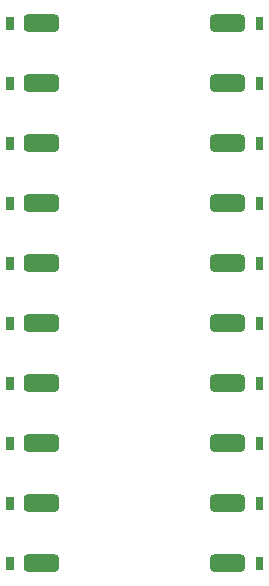
<source format=gbs>
G04 #@! TF.GenerationSoftware,KiCad,Pcbnew,5.1.9-73d0e3b20d~88~ubuntu20.04.1*
G04 #@! TF.CreationDate,2021-06-04T14:41:46+03:00*
G04 #@! TF.ProjectId,cable_to_square_pin,6361626c-655f-4746-9f5f-737175617265,rev?*
G04 #@! TF.SameCoordinates,Original*
G04 #@! TF.FileFunction,Soldermask,Bot*
G04 #@! TF.FilePolarity,Negative*
%FSLAX46Y46*%
G04 Gerber Fmt 4.6, Leading zero omitted, Abs format (unit mm)*
G04 Created by KiCad (PCBNEW 5.1.9-73d0e3b20d~88~ubuntu20.04.1) date 2021-06-04 14:41:46*
%MOMM*%
%LPD*%
G01*
G04 APERTURE LIST*
%ADD10C,0.010000*%
G04 APERTURE END LIST*
D10*
G04 #@! TO.C,E1*
G36*
X106810000Y-76500000D02*
G01*
X106810000Y-75500000D01*
X106260000Y-75500000D01*
X106260000Y-76500000D01*
X106810000Y-76500000D01*
G37*
X106810000Y-76500000D02*
X106810000Y-75500000D01*
X106260000Y-75500000D01*
X106260000Y-76500000D01*
X106810000Y-76500000D01*
G36*
X106810000Y-101900000D02*
G01*
X106810000Y-100900000D01*
X106260000Y-100900000D01*
X106260000Y-101900000D01*
X106810000Y-101900000D01*
G37*
X106810000Y-101900000D02*
X106810000Y-100900000D01*
X106260000Y-100900000D01*
X106260000Y-101900000D01*
X106810000Y-101900000D01*
G36*
X106810000Y-86660000D02*
G01*
X106810000Y-85660000D01*
X106260000Y-85660000D01*
X106260000Y-86660000D01*
X106810000Y-86660000D01*
G37*
X106810000Y-86660000D02*
X106810000Y-85660000D01*
X106260000Y-85660000D01*
X106260000Y-86660000D01*
X106810000Y-86660000D01*
G36*
X106810000Y-81580000D02*
G01*
X106810000Y-80580000D01*
X106260000Y-80580000D01*
X106260000Y-81580000D01*
X106810000Y-81580000D01*
G37*
X106810000Y-81580000D02*
X106810000Y-80580000D01*
X106260000Y-80580000D01*
X106260000Y-81580000D01*
X106810000Y-81580000D01*
G36*
X106810000Y-122220000D02*
G01*
X106810000Y-121220000D01*
X106260000Y-121220000D01*
X106260000Y-122220000D01*
X106810000Y-122220000D01*
G37*
X106810000Y-122220000D02*
X106810000Y-121220000D01*
X106260000Y-121220000D01*
X106260000Y-122220000D01*
X106810000Y-122220000D01*
G36*
X106810000Y-112060000D02*
G01*
X106810000Y-111060000D01*
X106260000Y-111060000D01*
X106260000Y-112060000D01*
X106810000Y-112060000D01*
G37*
X106810000Y-112060000D02*
X106810000Y-111060000D01*
X106260000Y-111060000D01*
X106260000Y-112060000D01*
X106810000Y-112060000D01*
G36*
X106810000Y-96820000D02*
G01*
X106810000Y-95820000D01*
X106260000Y-95820000D01*
X106260000Y-96820000D01*
X106810000Y-96820000D01*
G37*
X106810000Y-96820000D02*
X106810000Y-95820000D01*
X106260000Y-95820000D01*
X106260000Y-96820000D01*
X106810000Y-96820000D01*
G36*
X106810000Y-91740000D02*
G01*
X106810000Y-90740000D01*
X106260000Y-90740000D01*
X106260000Y-91740000D01*
X106810000Y-91740000D01*
G37*
X106810000Y-91740000D02*
X106810000Y-90740000D01*
X106260000Y-90740000D01*
X106260000Y-91740000D01*
X106810000Y-91740000D01*
G36*
X106810000Y-106980000D02*
G01*
X106810000Y-105980000D01*
X106260000Y-105980000D01*
X106260000Y-106980000D01*
X106810000Y-106980000D01*
G37*
X106810000Y-106980000D02*
X106810000Y-105980000D01*
X106260000Y-105980000D01*
X106260000Y-106980000D01*
X106810000Y-106980000D01*
G36*
X106810000Y-117140000D02*
G01*
X106810000Y-116140000D01*
X106260000Y-116140000D01*
X106260000Y-117140000D01*
X106810000Y-117140000D01*
G37*
X106810000Y-117140000D02*
X106810000Y-116140000D01*
X106260000Y-116140000D01*
X106260000Y-117140000D01*
X106810000Y-117140000D01*
G36*
X85150000Y-111060000D02*
G01*
X85150000Y-112060000D01*
X85700000Y-112060000D01*
X85700000Y-111060000D01*
X85150000Y-111060000D01*
G37*
X85150000Y-111060000D02*
X85150000Y-112060000D01*
X85700000Y-112060000D01*
X85700000Y-111060000D01*
X85150000Y-111060000D01*
G36*
X85150000Y-116140000D02*
G01*
X85150000Y-117140000D01*
X85700000Y-117140000D01*
X85700000Y-116140000D01*
X85150000Y-116140000D01*
G37*
X85150000Y-116140000D02*
X85150000Y-117140000D01*
X85700000Y-117140000D01*
X85700000Y-116140000D01*
X85150000Y-116140000D01*
G36*
X85150000Y-121220000D02*
G01*
X85150000Y-122220000D01*
X85700000Y-122220000D01*
X85700000Y-121220000D01*
X85150000Y-121220000D01*
G37*
X85150000Y-121220000D02*
X85150000Y-122220000D01*
X85700000Y-122220000D01*
X85700000Y-121220000D01*
X85150000Y-121220000D01*
G36*
X85150000Y-100900000D02*
G01*
X85150000Y-101900000D01*
X85700000Y-101900000D01*
X85700000Y-100900000D01*
X85150000Y-100900000D01*
G37*
X85150000Y-100900000D02*
X85150000Y-101900000D01*
X85700000Y-101900000D01*
X85700000Y-100900000D01*
X85150000Y-100900000D01*
G36*
X85150000Y-105980000D02*
G01*
X85150000Y-106980000D01*
X85700000Y-106980000D01*
X85700000Y-105980000D01*
X85150000Y-105980000D01*
G37*
X85150000Y-105980000D02*
X85150000Y-106980000D01*
X85700000Y-106980000D01*
X85700000Y-105980000D01*
X85150000Y-105980000D01*
G36*
X85150000Y-95820000D02*
G01*
X85150000Y-96820000D01*
X85700000Y-96820000D01*
X85700000Y-95820000D01*
X85150000Y-95820000D01*
G37*
X85150000Y-95820000D02*
X85150000Y-96820000D01*
X85700000Y-96820000D01*
X85700000Y-95820000D01*
X85150000Y-95820000D01*
G36*
X85150000Y-90740000D02*
G01*
X85150000Y-91740000D01*
X85700000Y-91740000D01*
X85700000Y-90740000D01*
X85150000Y-90740000D01*
G37*
X85150000Y-90740000D02*
X85150000Y-91740000D01*
X85700000Y-91740000D01*
X85700000Y-90740000D01*
X85150000Y-90740000D01*
G36*
X85150000Y-85660000D02*
G01*
X85150000Y-86660000D01*
X85700000Y-86660000D01*
X85700000Y-85660000D01*
X85150000Y-85660000D01*
G37*
X85150000Y-85660000D02*
X85150000Y-86660000D01*
X85700000Y-86660000D01*
X85700000Y-85660000D01*
X85150000Y-85660000D01*
G36*
X85150000Y-80580000D02*
G01*
X85150000Y-81580000D01*
X85700000Y-81580000D01*
X85700000Y-80580000D01*
X85150000Y-80580000D01*
G37*
X85150000Y-80580000D02*
X85150000Y-81580000D01*
X85700000Y-81580000D01*
X85700000Y-80580000D01*
X85150000Y-80580000D01*
G36*
X85150000Y-75500000D02*
G01*
X85150000Y-76500000D01*
X85700000Y-76500000D01*
X85700000Y-75500000D01*
X85150000Y-75500000D01*
G37*
X85150000Y-75500000D02*
X85150000Y-76500000D01*
X85700000Y-76500000D01*
X85700000Y-75500000D01*
X85150000Y-75500000D01*
G04 #@! TD*
G04 #@! TO.C,J3*
G36*
G01*
X105360000Y-121345000D02*
X105360000Y-122095000D01*
G75*
G02*
X104985000Y-122470000I-375000J0D01*
G01*
X102735000Y-122470000D01*
G75*
G02*
X102360000Y-122095000I0J375000D01*
G01*
X102360000Y-121345000D01*
G75*
G02*
X102735000Y-120970000I375000J0D01*
G01*
X104985000Y-120970000D01*
G75*
G02*
X105360000Y-121345000I0J-375000D01*
G01*
G37*
G04 #@! TD*
G04 #@! TO.C,J3*
G36*
G01*
X105360000Y-101025000D02*
X105360000Y-101775000D01*
G75*
G02*
X104985000Y-102150000I-375000J0D01*
G01*
X102735000Y-102150000D01*
G75*
G02*
X102360000Y-101775000I0J375000D01*
G01*
X102360000Y-101025000D01*
G75*
G02*
X102735000Y-100650000I375000J0D01*
G01*
X104985000Y-100650000D01*
G75*
G02*
X105360000Y-101025000I0J-375000D01*
G01*
G37*
G04 #@! TD*
G04 #@! TO.C,J3*
G36*
G01*
X105360000Y-90865000D02*
X105360000Y-91615000D01*
G75*
G02*
X104985000Y-91990000I-375000J0D01*
G01*
X102735000Y-91990000D01*
G75*
G02*
X102360000Y-91615000I0J375000D01*
G01*
X102360000Y-90865000D01*
G75*
G02*
X102735000Y-90490000I375000J0D01*
G01*
X104985000Y-90490000D01*
G75*
G02*
X105360000Y-90865000I0J-375000D01*
G01*
G37*
G04 #@! TD*
G04 #@! TO.C,J3*
G36*
G01*
X105360000Y-111185000D02*
X105360000Y-111935000D01*
G75*
G02*
X104985000Y-112310000I-375000J0D01*
G01*
X102735000Y-112310000D01*
G75*
G02*
X102360000Y-111935000I0J375000D01*
G01*
X102360000Y-111185000D01*
G75*
G02*
X102735000Y-110810000I375000J0D01*
G01*
X104985000Y-110810000D01*
G75*
G02*
X105360000Y-111185000I0J-375000D01*
G01*
G37*
G04 #@! TD*
G04 #@! TO.C,J3*
G36*
G01*
X105360000Y-75625000D02*
X105360000Y-76375000D01*
G75*
G02*
X104985000Y-76750000I-375000J0D01*
G01*
X102735000Y-76750000D01*
G75*
G02*
X102360000Y-76375000I0J375000D01*
G01*
X102360000Y-75625000D01*
G75*
G02*
X102735000Y-75250000I375000J0D01*
G01*
X104985000Y-75250000D01*
G75*
G02*
X105360000Y-75625000I0J-375000D01*
G01*
G37*
G04 #@! TD*
G04 #@! TO.C,J3*
G36*
G01*
X105360000Y-85785000D02*
X105360000Y-86535000D01*
G75*
G02*
X104985000Y-86910000I-375000J0D01*
G01*
X102735000Y-86910000D01*
G75*
G02*
X102360000Y-86535000I0J375000D01*
G01*
X102360000Y-85785000D01*
G75*
G02*
X102735000Y-85410000I375000J0D01*
G01*
X104985000Y-85410000D01*
G75*
G02*
X105360000Y-85785000I0J-375000D01*
G01*
G37*
G04 #@! TD*
G04 #@! TO.C,J3*
G36*
G01*
X105360000Y-106105000D02*
X105360000Y-106855000D01*
G75*
G02*
X104985000Y-107230000I-375000J0D01*
G01*
X102735000Y-107230000D01*
G75*
G02*
X102360000Y-106855000I0J375000D01*
G01*
X102360000Y-106105000D01*
G75*
G02*
X102735000Y-105730000I375000J0D01*
G01*
X104985000Y-105730000D01*
G75*
G02*
X105360000Y-106105000I0J-375000D01*
G01*
G37*
G04 #@! TD*
G04 #@! TO.C,J3*
G36*
G01*
X105360000Y-116265000D02*
X105360000Y-117015000D01*
G75*
G02*
X104985000Y-117390000I-375000J0D01*
G01*
X102735000Y-117390000D01*
G75*
G02*
X102360000Y-117015000I0J375000D01*
G01*
X102360000Y-116265000D01*
G75*
G02*
X102735000Y-115890000I375000J0D01*
G01*
X104985000Y-115890000D01*
G75*
G02*
X105360000Y-116265000I0J-375000D01*
G01*
G37*
G04 #@! TD*
G04 #@! TO.C,J3*
G36*
G01*
X105360000Y-80705000D02*
X105360000Y-81455000D01*
G75*
G02*
X104985000Y-81830000I-375000J0D01*
G01*
X102735000Y-81830000D01*
G75*
G02*
X102360000Y-81455000I0J375000D01*
G01*
X102360000Y-80705000D01*
G75*
G02*
X102735000Y-80330000I375000J0D01*
G01*
X104985000Y-80330000D01*
G75*
G02*
X105360000Y-80705000I0J-375000D01*
G01*
G37*
G04 #@! TD*
G04 #@! TO.C,J3*
G36*
G01*
X105360000Y-95945000D02*
X105360000Y-96695000D01*
G75*
G02*
X104985000Y-97070000I-375000J0D01*
G01*
X102735000Y-97070000D01*
G75*
G02*
X102360000Y-96695000I0J375000D01*
G01*
X102360000Y-95945000D01*
G75*
G02*
X102735000Y-95570000I375000J0D01*
G01*
X104985000Y-95570000D01*
G75*
G02*
X105360000Y-95945000I0J-375000D01*
G01*
G37*
G04 #@! TD*
G04 #@! TO.C,J3*
G36*
G01*
X86600000Y-111935000D02*
X86600000Y-111185000D01*
G75*
G02*
X86975000Y-110810000I375000J0D01*
G01*
X89225000Y-110810000D01*
G75*
G02*
X89600000Y-111185000I0J-375000D01*
G01*
X89600000Y-111935000D01*
G75*
G02*
X89225000Y-112310000I-375000J0D01*
G01*
X86975000Y-112310000D01*
G75*
G02*
X86600000Y-111935000I0J375000D01*
G01*
G37*
G04 #@! TD*
G04 #@! TO.C,J3*
G36*
G01*
X86600000Y-122095000D02*
X86600000Y-121345000D01*
G75*
G02*
X86975000Y-120970000I375000J0D01*
G01*
X89225000Y-120970000D01*
G75*
G02*
X89600000Y-121345000I0J-375000D01*
G01*
X89600000Y-122095000D01*
G75*
G02*
X89225000Y-122470000I-375000J0D01*
G01*
X86975000Y-122470000D01*
G75*
G02*
X86600000Y-122095000I0J375000D01*
G01*
G37*
G04 #@! TD*
G04 #@! TO.C,J3*
G36*
G01*
X86600000Y-117015000D02*
X86600000Y-116265000D01*
G75*
G02*
X86975000Y-115890000I375000J0D01*
G01*
X89225000Y-115890000D01*
G75*
G02*
X89600000Y-116265000I0J-375000D01*
G01*
X89600000Y-117015000D01*
G75*
G02*
X89225000Y-117390000I-375000J0D01*
G01*
X86975000Y-117390000D01*
G75*
G02*
X86600000Y-117015000I0J375000D01*
G01*
G37*
G04 #@! TD*
G04 #@! TO.C,J3*
G36*
G01*
X86600000Y-101775000D02*
X86600000Y-101025000D01*
G75*
G02*
X86975000Y-100650000I375000J0D01*
G01*
X89225000Y-100650000D01*
G75*
G02*
X89600000Y-101025000I0J-375000D01*
G01*
X89600000Y-101775000D01*
G75*
G02*
X89225000Y-102150000I-375000J0D01*
G01*
X86975000Y-102150000D01*
G75*
G02*
X86600000Y-101775000I0J375000D01*
G01*
G37*
G04 #@! TD*
G04 #@! TO.C,J3*
G36*
G01*
X86600000Y-106855000D02*
X86600000Y-106105000D01*
G75*
G02*
X86975000Y-105730000I375000J0D01*
G01*
X89225000Y-105730000D01*
G75*
G02*
X89600000Y-106105000I0J-375000D01*
G01*
X89600000Y-106855000D01*
G75*
G02*
X89225000Y-107230000I-375000J0D01*
G01*
X86975000Y-107230000D01*
G75*
G02*
X86600000Y-106855000I0J375000D01*
G01*
G37*
G04 #@! TD*
G04 #@! TO.C,J3*
G36*
G01*
X86600000Y-96695000D02*
X86600000Y-95945000D01*
G75*
G02*
X86975000Y-95570000I375000J0D01*
G01*
X89225000Y-95570000D01*
G75*
G02*
X89600000Y-95945000I0J-375000D01*
G01*
X89600000Y-96695000D01*
G75*
G02*
X89225000Y-97070000I-375000J0D01*
G01*
X86975000Y-97070000D01*
G75*
G02*
X86600000Y-96695000I0J375000D01*
G01*
G37*
G04 #@! TD*
G04 #@! TO.C,J3*
G36*
G01*
X86600000Y-91615000D02*
X86600000Y-90865000D01*
G75*
G02*
X86975000Y-90490000I375000J0D01*
G01*
X89225000Y-90490000D01*
G75*
G02*
X89600000Y-90865000I0J-375000D01*
G01*
X89600000Y-91615000D01*
G75*
G02*
X89225000Y-91990000I-375000J0D01*
G01*
X86975000Y-91990000D01*
G75*
G02*
X86600000Y-91615000I0J375000D01*
G01*
G37*
G04 #@! TD*
G04 #@! TO.C,J3*
G36*
G01*
X86600000Y-86535000D02*
X86600000Y-85785000D01*
G75*
G02*
X86975000Y-85410000I375000J0D01*
G01*
X89225000Y-85410000D01*
G75*
G02*
X89600000Y-85785000I0J-375000D01*
G01*
X89600000Y-86535000D01*
G75*
G02*
X89225000Y-86910000I-375000J0D01*
G01*
X86975000Y-86910000D01*
G75*
G02*
X86600000Y-86535000I0J375000D01*
G01*
G37*
G04 #@! TD*
G04 #@! TO.C,J3*
G36*
G01*
X86600000Y-81455000D02*
X86600000Y-80705000D01*
G75*
G02*
X86975000Y-80330000I375000J0D01*
G01*
X89225000Y-80330000D01*
G75*
G02*
X89600000Y-80705000I0J-375000D01*
G01*
X89600000Y-81455000D01*
G75*
G02*
X89225000Y-81830000I-375000J0D01*
G01*
X86975000Y-81830000D01*
G75*
G02*
X86600000Y-81455000I0J375000D01*
G01*
G37*
G04 #@! TD*
G04 #@! TO.C,J3*
G36*
G01*
X86600000Y-76375000D02*
X86600000Y-75625000D01*
G75*
G02*
X86975000Y-75250000I375000J0D01*
G01*
X89225000Y-75250000D01*
G75*
G02*
X89600000Y-75625000I0J-375000D01*
G01*
X89600000Y-76375000D01*
G75*
G02*
X89225000Y-76750000I-375000J0D01*
G01*
X86975000Y-76750000D01*
G75*
G02*
X86600000Y-76375000I0J375000D01*
G01*
G37*
G04 #@! TD*
M02*

</source>
